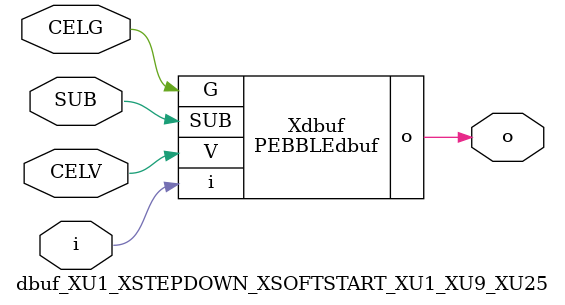
<source format=v>



module PEBBLEdbuf ( o, G, SUB, V, i );

  input V;
  input i;
  input G;
  output o;
  input SUB;
endmodule

//Celera Confidential Do Not Copy dbuf_XU1_XSTEPDOWN_XSOFTSTART_XU1_XU9_XU25
//Celera Confidential Symbol Generator
//Digital Buffer
module dbuf_XU1_XSTEPDOWN_XSOFTSTART_XU1_XU9_XU25 (CELV,CELG,i,o,SUB);
input CELV;
input CELG;
input i;
input SUB;
output o;

//Celera Confidential Do Not Copy dbuf
PEBBLEdbuf Xdbuf(
.V (CELV),
.i (i),
.o (o),
.SUB (SUB),
.G (CELG)
);
//,diesize,PEBBLEdbuf

//Celera Confidential Do Not Copy Module End
//Celera Schematic Generator
endmodule

</source>
